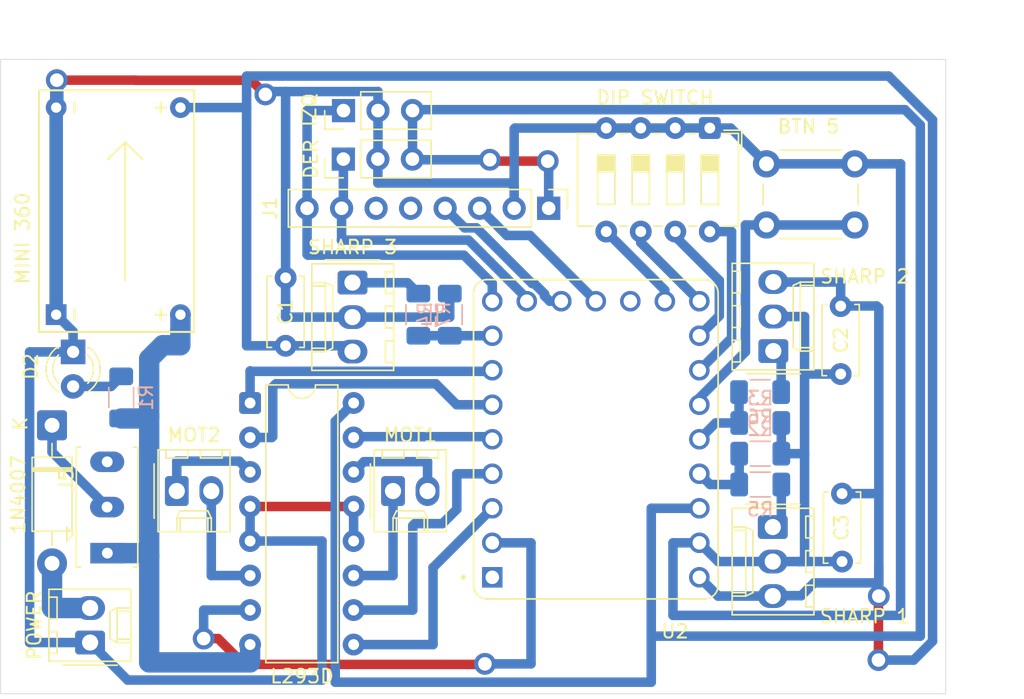
<source format=kicad_pcb>
(kicad_pcb (version 20241229) (generator "pcbnew") (generator_version "9.0")
  (layers (0 "F.Cu" signal) (2 "B.Cu" signal) (13 "F.Paste" user) (15 "B.Paste" user) (5 "F.SilkS" user "F.Silkscreen") (7 "B.SilkS" user "B.Silkscreen") (1 "F.Mask" user) (3 "B.Mask" user) (25 "Edge.Cuts" user))
  (net 0 "")
  (net 1 "GND")
  (net 2 "+5V")
  (net 3 "Net-(D1-K)")
  (net 4 "Net-(D1-A)")
  (net 5 "Net-(D2-A)")
  (net 6 "Sharp1")
  (net 7 "CNY_DER")
  (net 8 "+3.3V")
  (net 9 "Sharp2")
  (net 10 "CNY_IZQ")
  (net 11 "+12V")
  (net 12 "Sharp3")
  (net 13 "SDA")
  (net 14 "SCL")
  (net 15 "Net-(MOT1-Pin_2)")
  (net 16 "Net-(MOT1-Pin_1)")
  (net 17 "Net-(MOT2-Pin_2)")
  (net 18 "Net-(MOT2-Pin_1)")
  (net 19 "Pin_Sharp_1")
  (net 20 "Pin_Sharp_2")
  (net 21 "Pin_Sharp_3")
  (net 22 "BOT1")
  (net 23 "BOT3")
  (net 24 "BOT2")
  (net 25 "BOT4")
  (net 26 "BOT5")
  (net 27 "PWMB")
  (net 28 "MOTORB1")
  (net 29 "MOTORA1")
  (net 30 "MOTORA2")
  (net 31 "MOTORB2")
  (net 32 "PWMA")
  (footprint "Connector_PinHeader_2.54mm:PinHeader_1x03_P2.54mm_Vertical" (layer "F.Cu") (at 132.28 52.35 90)
    (property "Reference" "DER" (at 0 -2.38 90) (layer "F.SilkS"))
    (property "Value" "Conn_01x03_Pin")
    (pad "1" thru_hole rect (at 0 0 90) (size 1.7 1.7) (drill 1) (layers "*.Cu" "*.Mask") (net 7 "CNY_DER"))
    (pad "2" thru_hole circle (at 0 2.54 90) (size 1.7 1.7) (drill 1) (layers "*.Cu" "*.Mask") (net 1 "GND"))
    (pad "3" thru_hole circle (at 0 5.08 90) (size 1.7 1.7) (drill 1) (layers "*.Cu" "*.Mask") (net 8 "+3.3V"))
  )
  (footprint "Connector_Molex:Molex_KK-254_AE-6410-03A_1x03_P2.54mm_Vertical" (layer "F.Cu") (at 163.9225 66.48 90)
    (property "Reference" "SHARP 2" (at 5.49 6.7375 180) (layer "F.SilkS"))
    (property "Value" "Conn_01x03_Pin")
    (pad "1" thru_hole roundrect (at 0 0 90) (size 1.74 2.19) (drill 1.19) (layers "*.Cu" "*.Mask") (roundrect_rratio 0.143678) (net 9 "Sharp2"))
    (pad "2" thru_hole oval (at 2.54 0 90) (size 1.74 2.19) (drill 1.19) (layers "*.Cu" "*.Mask") (net 1 "GND"))
    (pad "3" thru_hole oval (at 5.08 0 90) (size 1.74 2.19) (drill 1.19) (layers "*.Cu" "*.Mask") (net 2 "+5V"))
  )
  (footprint "Connector_Molex:Molex_KK-254_AE-6410-03A_1x03_P2.54mm_Vertical" (layer "F.Cu") (at 163.8825 79.43 -90)
    (property "Reference" "SHARP 1" (at 6.57 -6.7575 180) (layer "F.SilkS"))
    (property "Value" "Conn_01x03_Pin")
    (pad "1" thru_hole roundrect (at 0 0 270) (size 1.74 2.19) (drill 1.19) (layers "*.Cu" "*.Mask") (roundrect_rratio 0.143678) (net 6 "Sharp1"))
    (pad "2" thru_hole oval (at 2.54 0 270) (size 1.74 2.19) (drill 1.19) (layers "*.Cu" "*.Mask") (net 1 "GND"))
    (pad "3" thru_hole oval (at 5.08 0 270) (size 1.74 2.19) (drill 1.19) (layers "*.Cu" "*.Mask") (net 2 "+5V"))
  )
  (footprint "Connector_Molex:Molex_KK-254_AE-6410-02A_1x02_P2.54mm_Vertical" (layer "F.Cu") (at 113.64 87.93 90)
    (property "Reference" "POWER" (at 1.28 -4.12 90) (layer "F.SilkS"))
    (property "Value" "Power Input 1")
    (pad "1" thru_hole roundrect (at 0 0 90) (size 1.74 2.19) (drill 1.19) (layers "*.Cu" "*.Mask") (roundrect_rratio 0.143678) (net 1 "GND"))
    (pad "2" thru_hole oval (at 2.54 0 90) (size 1.74 2.19) (drill 1.19) (layers "*.Cu" "*.Mask") (net 4 "Net-(D1-A)"))
  )
  (footprint "Connector_Molex:Molex_KK-254_AE-6410-03A_1x03_P2.54mm_Vertical" (layer "F.Cu") (at 132.95 61.44 -90)
    (property "Reference" "SHARP 3" (at -2.61 -0.01 180) (layer "F.SilkS"))
    (property "Value" "Conn_01x03_Pin")
    (pad "1" thru_hole roundrect (at 0 0 270) (size 1.74 2.19) (drill 1.19) (layers "*.Cu" "*.Mask") (roundrect_rratio 0.143678) (net 12 "Sharp3"))
    (pad "2" thru_hole oval (at 2.54 0 270) (size 1.74 2.19) (drill 1.19) (layers "*.Cu" "*.Mask") (net 1 "GND"))
    (pad "3" thru_hole oval (at 5.08 0 270) (size 1.74 2.19) (drill 1.19) (layers "*.Cu" "*.Mask") (net 2 "+5V"))
  )
  (footprint "Connector_PinHeader_2.54mm:PinHeader_1x08_P2.54mm_Vertical" (layer "F.Cu") (at 147.39 55.97 -90)
    (property "Reference" "J1" (at 0 20.51 90) (layer "F.SilkS"))
    (property "Value" "Conn_01x08_Pin")
    (pad "1" thru_hole rect (at 0 0 270) (size 1.7 1.7) (drill 1) (layers "*.Cu" "*.Mask") (net 8 "+3.3V"))
    (pad "2" thru_hole circle (at 0 2.54 270) (size 1.7 1.7) (drill 1) (layers "*.Cu" "*.Mask") (net 1 "GND"))
    (pad "3" thru_hole circle (at 0 5.08 270) (size 1.7 1.7) (drill 1) (layers "*.Cu" "*.Mask") (net 14 "SCL"))
    (pad "4" thru_hole circle (at 0 7.62 270) (size 1.7 1.7) (drill 1) (layers "*.Cu" "*.Mask") (net 13 "SDA"))
    (pad "5" thru_hole circle (at 0 10.16 270) (size 1.7 1.7) (drill 1) (layers "*.Cu" "*.Mask"))
    (pad "6" thru_hole circle (at 0 12.7 270) (size 1.7 1.7) (drill 1) (layers "*.Cu" "*.Mask"))
    (pad "7" thru_hole circle (at 0 15.24 270) (size 1.7 1.7) (drill 1) (layers "*.Cu" "*.Mask") (net 7 "CNY_DER"))
    (pad "8" thru_hole circle (at 0 17.78 270) (size 1.7 1.7) (drill 1) (layers "*.Cu" "*.Mask") (net 10 "CNY_IZQ"))
  )
  (footprint "Button_Switch_THT:SW_Slide_SPDT_Straight_CK_OS102011MS2Q" (layer "F.Cu") (at 114.89 79.96 90)
    (property "Reference" "J5" (at 3.99 -2.99 90) (layer "F.SilkS"))
    (property "Value" "On/Off General")
    (pad "1" thru_hole rect (at -1.39 0.02 90) (size 1.5 2.5) (drill 0.8) (layers "*.Cu" "*.Mask") (net 11 "+12V"))
    (pad "2" thru_hole oval (at 2 0 90) (size 1.5 2.5) (drill 0.8) (layers "*.Cu" "*.Mask") (net 3 "Net-(D1-K)"))
    (pad "3" thru_hole oval (at 5.33 0.01 90) (size 1.5 2.5) (drill 0.8) (layers "*.Cu" "*.Mask"))
  )
  (footprint "Connector_Molex:Molex_KK-254_AE-6410-02A_1x02_P2.54mm_Vertical" (layer "F.Cu") (at 120.02 76.78)
    (property "Reference" "MOT2" (at 1.27 -4.12 0) (layer "F.SilkS"))
    (property "Value" "Conn_01x02_Socket")
    (pad "1" thru_hole roundrect (at 0 0) (size 1.74 2.19) (drill 1.19) (layers "*.Cu" "*.Mask") (roundrect_rratio 0.143678) (net 18 "Net-(MOT2-Pin_1)"))
    (pad "2" thru_hole oval (at 2.54 0) (size 1.74 2.19) (drill 1.19) (layers "*.Cu" "*.Mask") (net 17 "Net-(MOT2-Pin_2)"))
  )
  (footprint "Capacitor_THT:C_Disc_D5.0mm_W2.5mm_P5.00mm" (layer "F.Cu") (at 128.03 61.09 -90)
    (property "Reference" "C1" (at 2.5 0.01 90) (layer "F.SilkS"))
    (property "Value" "C_Small")
    (pad "1" thru_hole circle (at 0 0 270) (size 1.6 1.6) (drill 0.8) (layers "*.Cu" "*.Mask") (net 1 "GND"))
    (pad "2" thru_hole circle (at 5 0 270) (size 1.6 1.6) (drill 0.8) (layers "*.Cu" "*.Mask") (net 2 "+5V"))
  )
  (footprint "Connector_PinHeader_2.54mm:PinHeader_1x03_P2.54mm_Vertical" (layer "F.Cu") (at 132.29 48.78 90)
    (property "Reference" "IZQ" (at 0.04 -2.52 90) (layer "F.SilkS"))
    (property "Value" "Conn_01x03_Pin")
    (pad "1" thru_hole rect (at 0 0 90) (size 1.7 1.7) (drill 1) (layers "*.Cu" "*.Mask") (net 10 "CNY_IZQ"))
    (pad "2" thru_hole circle (at 0 2.54 90) (size 1.7 1.7) (drill 1) (layers "*.Cu" "*.Mask") (net 1 "GND"))
    (pad "3" thru_hole circle (at 0 5.08 90) (size 1.7 1.7) (drill 1) (layers "*.Cu" "*.Mask") (net 8 "+3.3V"))
  )
  (footprint "Capacitor_THT:C_Disc_D5.0mm_W2.5mm_P5.00mm" (layer "F.Cu") (at 168.88 68.17 90)
    (property "Reference" "C2" (at 2.5 0.02 90) (layer "F.SilkS"))
    (property "Value" "C_Small")
    (pad "1" thru_hole circle (at 0 0 90) (size 1.6 1.6) (drill 0.8) (layers "*.Cu" "*.Mask") (net 1 "GND"))
    (pad "2" thru_hole circle (at 5 0 90) (size 1.6 1.6) (drill 0.8) (layers "*.Cu" "*.Mask") (net 2 "+5V"))
  )
  (footprint "Package_DIP:DIP-16_W7.62mm" (layer "F.Cu") (at 125.415 70.3)
    (property "Reference" "L293D" (at 3.825 20.11 0) (layer "F.SilkS"))
    (property "Value" "L293D")
    (pad "1" thru_hole roundrect (at 0 0) (size 1.6 1.6) (drill 0.8) (layers "*.Cu" "*.Mask") (roundrect_rratio 0.15625) (net 32 "PWMA"))
    (pad "2" thru_hole circle (at 0 2.54) (size 1.6 1.6) (drill 0.8) (layers "*.Cu" "*.Mask") (net 29 "MOTORA1"))
    (pad "3" thru_hole circle (at 0 5.08) (size 1.6 1.6) (drill 0.8) (layers "*.Cu" "*.Mask") (net 18 "Net-(MOT2-Pin_1)"))
    (pad "4" thru_hole circle (at 0 7.62) (size 1.6 1.6) (drill 0.8) (layers "*.Cu" "*.Mask") (net 1 "GND"))
    (pad "5" thru_hole circle (at 0 10.16) (size 1.6 1.6) (drill 0.8) (layers "*.Cu" "*.Mask") (net 1 "GND"))
    (pad "6" thru_hole circle (at 0 12.7) (size 1.6 1.6) (drill 0.8) (layers "*.Cu" "*.Mask") (net 17 "Net-(MOT2-Pin_2)"))
    (pad "7" thru_hole circle (at 0 15.24) (size 1.6 1.6) (drill 0.8) (layers "*.Cu" "*.Mask") (net 30 "MOTORA2"))
    (pad "8" thru_hole circle (at 0 17.78) (size 1.6 1.6) (drill 0.8) (layers "*.Cu" "*.Mask") (net 11 "+12V"))
    (pad "9" thru_hole circle (at 7.62 17.78) (size 1.6 1.6) (drill 0.8) (layers "*.Cu" "*.Mask") (net 27 "PWMB"))
    (pad "10" thru_hole circle (at 7.62 15.24) (size 1.6 1.6) (drill 0.8) (layers "*.Cu" "*.Mask") (net 28 "MOTORB1"))
    (pad "11" thru_hole circle (at 7.62 12.7) (size 1.6 1.6) (drill 0.8) (layers "*.Cu" "*.Mask") (net 16 "Net-(MOT1-Pin_1)"))
    (pad "12" thru_hole circle (at 7.62 10.16) (size 1.6 1.6) (drill 0.8) (layers "*.Cu" "*.Mask") (net 1 "GND"))
    (pad "13" thru_hole circle (at 7.62 7.62) (size 1.6 1.6) (drill 0.8) (layers "*.Cu" "*.Mask") (net 1 "GND"))
    (pad "14" thru_hole circle (at 7.62 5.08) (size 1.6 1.6) (drill 0.8) (layers "*.Cu" "*.Mask") (net 15 "Net-(MOT1-Pin_2)"))
    (pad "15" thru_hole circle (at 7.62 2.54) (size 1.6 1.6) (drill 0.8) (layers "*.Cu" "*.Mask") (net 31 "MOTORB2"))
    (pad "16" thru_hole circle (at 7.62 0) (size 1.6 1.6) (drill 0.8) (layers "*.Cu" "*.Mask") (net 8 "+3.3V"))
  )
  (footprint "Button_Switch_THT:SW_PUSH_6mm" (layer "F.Cu") (at 163.42 52.7)
    (property "Reference" "BTN 5" (at 3.09 -2.75 0) (layer "F.SilkS"))
    (property "Value" "SW_Push")
    (pad "1" thru_hole circle (at 0 0 90) (size 2 2) (drill 1.1) (layers "*.Cu" "*.Mask") (net 1 "GND"))
    (pad "1" thru_hole circle (at 6.5 0 90) (size 2 2) (drill 1.1) (layers "*.Cu" "*.Mask") (net 1 "GND"))
    (pad "2" thru_hole circle (at 0 4.5 90) (size 2 2) (drill 1.1) (layers "*.Cu" "*.Mask") (net 26 "BOT5"))
    (pad "2" thru_hole circle (at 6.5 4.5 90) (size 2 2) (drill 1.1) (layers "*.Cu" "*.Mask") (net 26 "BOT5"))
  )
  (footprint "LED_THT:LED_D3.0mm_FlatTop" (layer "F.Cu") (at 112.39 66.54 -90)
    (property "Reference" "D2" (at 1.08 3.1 90) (layer "F.SilkS"))
    (property "Value" "LED")
    (pad "1" thru_hole rect (at 0 0 270) (size 1.8 1.8) (drill 0.9) (layers "*.Cu" "*.Mask") (net 1 "GND"))
    (pad "2" thru_hole circle (at 2.54 0 270) (size 1.8 1.8) (drill 0.9) (layers "*.Cu" "*.Mask") (net 5 "Net-(D2-A)"))
  )
  (footprint "RP2040-ZERO:MODULE_RP2040-ZERO" (layer "F.Cu") (at 150.86 72.97 180)
    (property "Reference" "U2" (at -5.825 -14.135 0) (layer "F.SilkS"))
    (property "Value" "RP2040-ZERO")
    (pad "1" thru_hole rect (at 7.62 -10.16 180) (size 1.508 1.508) (drill 1) (layers "*.Cu" "*.Mask"))
    (pad "2" thru_hole circle (at 7.62 -7.62 180) (size 1.508 1.508) (drill 1) (layers "*.Cu" "*.Mask") (net 30 "MOTORA2"))
    (pad "3" thru_hole circle (at 7.62 -5.08 180) (size 1.508 1.508) (drill 1) (layers "*.Cu" "*.Mask") (net 27 "PWMB"))
    (pad "4" thru_hole circle (at 7.62 -2.54 180) (size 1.508 1.508) (drill 1) (layers "*.Cu" "*.Mask") (net 28 "MOTORB1"))
    (pad "5" thru_hole circle (at 7.62 0 180) (size 1.508 1.508) (drill 1) (layers "*.Cu" "*.Mask") (net 31 "MOTORB2"))
    (pad "6" thru_hole circle (at 7.62 2.54 180) (size 1.508 1.508) (drill 1) (layers "*.Cu" "*.Mask") (net 29 "MOTORA1"))
    (pad "7" thru_hole circle (at 7.62 5.08 180) (size 1.508 1.508) (drill 1) (layers "*.Cu" "*.Mask") (net 32 "PWMA"))
    (pad "8" thru_hole circle (at 7.62 7.62 180) (size 1.508 1.508) (drill 1) (layers "*.Cu" "*.Mask") (net 21 "Pin_Sharp_3"))
    (pad "9" thru_hole circle (at 7.62 10.16 180) (size 1.508 1.508) (drill 1) (layers "*.Cu" "*.Mask") (net 10 "CNY_IZQ"))
    (pad "10" thru_hole circle (at 5.08 10.16 180) (size 1.508 1.508) (drill 1) (layers "*.Cu" "*.Mask") (net 7 "CNY_DER"))
    (pad "11" thru_hole circle (at 2.54 10.16 180) (size 1.508 1.508) (drill 1) (layers "*.Cu" "*.Mask") (net 13 "SDA"))
    (pad "12" thru_hole circle (at 0 10.16 180) (size 1.508 1.508) (drill 1) (layers "*.Cu" "*.Mask") (net 14 "SCL"))
    (pad "13" thru_hole circle (at -2.54 10.16 180) (size 1.508 1.508) (drill 1) (layers "*.Cu" "*.Mask"))
    (pad "14" thru_hole circle (at -5.08 10.16 180) (size 1.508 1.508) (drill 1) (layers "*.Cu" "*.Mask") (net 25 "BOT4"))
    (pad "15" thru_hole circle (at -7.62 10.16 180) (size 1.508 1.508) (drill 1) (layers "*.Cu" "*.Mask") (net 23 "BOT3"))
    (pad "16" thru_hole circle (at -7.62 7.62 180) (size 1.508 1.508) (drill 1) (layers "*.Cu" "*.Mask") (net 24 "BOT2"))
    (pad "17" thru_hole circle (at -7.62 5.08 180) (size 1.508 1.508) (drill 1) (layers "*.Cu" "*.Mask") (net 22 "BOT1"))
    (pad "18" thru_hole circle (at -7.62 2.54 180) (size 1.508 1.508) (drill 1) (layers "*.Cu" "*.Mask") (net 26 "BOT5"))
    (pad "19" thru_hole circle (at -7.62 0 180) (size 1.508 1.508) (drill 1) (layers "*.Cu" "*.Mask") (net 20 "Pin_Sharp_2"))
    (pad "20" thru_hole circle (at -7.62 -2.54 180) (size 1.508 1.508) (drill 1) (layers "*.Cu" "*.Mask") (net 19 "Pin_Sharp_1"))
    (pad "21" thru_hole circle (at -7.62 -5.08 180) (size 1.508 1.508) (drill 1) (layers "*.Cu" "*.Mask") (net 8 "+3.3V"))
    (pad "22" thru_hole circle (at -7.62 -7.62 180) (size 1.508 1.508) (drill 1) (layers "*.Cu" "*.Mask") (net 1 "GND"))
    (pad "23" thru_hole circle (at -7.62 -10.16 180) (size 1.508 1.508) (drill 1) (layers "*.Cu" "*.Mask") (net 2 "+5V"))
  )
  (footprint "Connector_Molex:Molex_KK-254_AE-6410-02A_1x02_P2.54mm_Vertical" (layer "F.Cu") (at 135.935 76.78)
    (property "Reference" "MOT1" (at 1.27 -4.12 0) (layer "F.SilkS"))
    (property "Value" "Conn_01x02_Socket")
    (pad "1" thru_hole roundrect (at 0 0) (size 1.74 2.19) (drill 1.19) (layers "*.Cu" "*.Mask") (roundrect_rratio 0.143678) (net 16 "Net-(MOT1-Pin_1)"))
    (pad "2" thru_hole oval (at 2.54 0) (size 1.74 2.19) (drill 1.19) (layers "*.Cu" "*.Mask") (net 15 "Net-(MOT1-Pin_2)"))
  )
  (footprint "Diode_THT:D_DO-41_SOD81_P10.16mm_Horizontal" (layer "F.Cu") (at 110.84 71.94 -90)
    (property "Reference" "1N4007" (at 5.11 2.49 90) (layer "F.SilkS"))
    (property "Value" "1N4007")
    (fp_text user "K" (at -0.11 2.33 90) (layer "F.SilkS"))
    (pad "1" thru_hole roundrect (at 0 0 270) (size 2.2 2.2) (drill 1.1) (layers "*.Cu" "*.Mask") (roundrect_rratio 0.113636) (net 3 "Net-(D1-K)"))
    (pad "2" thru_hole circle (at 10.16 0 270) (size 2.2 2.2) (drill 1.1) (layers "*.Cu" "*.Mask") (net 4 "Net-(D1-A)"))
  )
  (footprint "Charleslabs_Parts:Mini360_Module" (layer "F.Cu") (at 111.145 63.8 90)
    (property "Reference" "MINI 360" (at 5.62 -2.475 90) (layer "F.SilkS"))
    (property "Value" "Mini360_Module")
    (fp_text user "-" (at 15.24 1.27 90) (layer "F.SilkS"))
    (fp_text user "-" (at 0 1.27 90) (layer "F.SilkS"))
    (fp_text user "+" (at 0 7.62 90) (layer "F.SilkS"))
    (fp_text user "+" (at 15.24 7.62 90) (layer "F.SilkS"))
    (pad "1" thru_hole circle (at 0 9.144 90) (size 1.524 1.524) (drill 0.762) (layers "*.Cu" "*.Mask") (net 11 "+12V"))
    (pad "2" thru_hole rect (at 0 0 90) (size 1.524 1.524) (drill 0.762) (layers "*.Cu" "*.Mask") (net 1 "GND"))
    (pad "3" thru_hole circle (at 15.24 9.144 90) (size 1.524 1.524) (drill 0.762) (layers "*.Cu" "*.Mask") (net 2 "+5V"))
    (pad "4" thru_hole circle (at 15.24 0 90) (size 1.524 1.524) (drill 0.762) (layers "*.Cu" "*.Mask") (net 1 "GND"))
  )
  (footprint "Capacitor_THT:C_Disc_D5.0mm_W2.5mm_P5.00mm" (layer "F.Cu") (at 168.98 81.97 90)
    (property "Reference" "C3" (at 2.5 -0.05 90) (layer "F.SilkS"))
    (property "Value" "C_Small")
    (pad "1" thru_hole circle (at 0 0 90) (size 1.6 1.6) (drill 0.8) (layers "*.Cu" "*.Mask") (net 1 "GND"))
    (pad "2" thru_hole circle (at 5 0 90) (size 1.6 1.6) (drill 0.8) (layers "*.Cu" "*.Mask") (net 2 "+5V"))
  )
  (footprint "Button_Switch_THT:SW_DIP_SPSTx04_Slide_6.7x11.72mm_W7.62mm_P2.54mm_LowProfile" (layer "F.Cu") (at 159.2475 50.065 -90)
    (property "Reference" "DIP SWITCH" (at -2.235 4.0275 0) (layer "F.SilkS"))
    (property "Value" "SW_DIP_x04")
    (pad "1" thru_hole roundrect (at 0 0 270) (size 1.6 1.6) (drill 0.8) (layers "*.Cu" "*.Mask") (roundrect_rratio 0.15625) (net 1 "GND"))
    (pad "2" thru_hole circle (at 0 2.54 270) (size 1.6 1.6) (drill 0.8) (layers "*.Cu" "*.Mask") (net 1 "GND"))
    (pad "3" thru_hole circle (at 0 5.08 270) (size 1.6 1.6) (drill 0.8) (layers "*.Cu" "*.Mask") (net 1 "GND"))
    (pad "4" thru_hole circle (at 0 7.62 270) (size 1.6 1.6) (drill 0.8) (layers "*.Cu" "*.Mask") (net 1 "GND"))
    (pad "5" thru_hole circle (at 7.62 7.62 270) (size 1.6 1.6) (drill 0.8) (layers "*.Cu" "*.Mask") (net 25 "BOT4"))
    (pad "6" thru_hole circle (at 7.62 5.08 270) (size 1.6 1.6) (drill 0.8) (layers "*.Cu" "*.Mask") (net 23 "BOT3"))
    (pad "7" thru_hole circle (at 7.62 2.54 270) (size 1.6 1.6) (drill 0.8) (layers "*.Cu" "*.Mask") (net 24 "BOT2"))
    (pad "8" thru_hole circle (at 7.62 0 270) (size 1.6 1.6) (drill 0.8) (layers "*.Cu" "*.Mask") (net 22 "BOT1"))
  )
  (footprint "Resistor_SMD:R_1206_3216Metric_Pad1.30x1.75mm_HandSolder" (layer "B.Cu") (at 162.95 69.5)
    (property "Reference" "R6" (at 0 1.83 0) (layer "B.SilkS") (effects (justify mirror)))
    (property "Value" "R")
    (pad "1" smd roundrect (at -1.55 0) (size 1.3 1.75) (layers "B.Cu" "B.Mask" "B.Paste") (roundrect_rratio 0.192308) (net 20 "Pin_Sharp_2"))
    (pad "2" smd roundrect (at 1.55 0) (size 1.3 1.75) (layers "B.Cu" "B.Mask" "B.Paste") (roundrect_rratio 0.192308) (net 9 "Sharp2"))
  )
  (footprint "Resistor_SMD:R_1206_3216Metric_Pad1.30x1.75mm_HandSolder" (layer "B.Cu") (at 162.9625 76.3)
    (property "Reference" "R5" (at 0 1.83 0) (layer "B.SilkS") (effects (justify mirror)))
    (property "Value" "R")
    (pad "1" smd roundrect (at -1.55 0) (size 1.3 1.75) (layers "B.Cu" "B.Mask" "B.Paste") (roundrect_rratio 0.192308) (net 19 "Pin_Sharp_1"))
    (pad "2" smd roundrect (at 1.55 0) (size 1.3 1.75) (layers "B.Cu" "B.Mask" "B.Paste") (roundrect_rratio 0.192308) (net 6 "Sharp1"))
  )
  (footprint "Resistor_SMD:R_1206_3216Metric_Pad1.30x1.75mm_HandSolder" (layer "B.Cu") (at 162.9625 74.03 180)
    (property "Reference" "R2" (at 0 1.83 0) (layer "B.SilkS") (effects (justify mirror)))
    (property "Value" "R")
    (pad "1" smd roundrect (at -1.55 0 180) (size 1.3 1.75) (layers "B.Cu" "B.Mask" "B.Paste") (roundrect_rratio 0.192308) (net 1 "GND"))
    (pad "2" smd roundrect (at 1.55 0 180) (size 1.3 1.75) (layers "B.Cu" "B.Mask" "B.Paste") (roundrect_rratio 0.192308) (net 19 "Pin_Sharp_1"))
  )
  (footprint "Resistor_SMD:R_1206_3216Metric_Pad1.30x1.75mm_HandSolder" (layer "B.Cu") (at 140.11 63.8 -90)
    (property "Reference" "R4" (at 0 1.83 90) (layer "B.SilkS") (effects (justify mirror)))
    (property "Value" "R")
    (pad "1" smd roundrect (at -1.55 0 270) (size 1.3 1.75) (layers "B.Cu" "B.Mask" "B.Paste") (roundrect_rratio 0.192308) (net 1 "GND"))
    (pad "2" smd roundrect (at 1.55 0 270) (size 1.3 1.75) (layers "B.Cu" "B.Mask" "B.Paste") (roundrect_rratio 0.192308) (net 21 "Pin_Sharp_3"))
  )
  (footprint "Resistor_SMD:R_1206_3216Metric_Pad1.30x1.75mm_HandSolder" (layer "B.Cu") (at 115.93 69.89 90)
    (property "Reference" "R1" (at 0 1.83 90) (layer "B.SilkS") (effects (justify mirror)))
    (property "Value" "220")
    (pad "1" smd roundrect (at -1.55 0 90) (size 1.3 1.75) (layers "B.Cu" "B.Mask" "B.Paste") (roundrect_rratio 0.192308) (net 11 "+12V"))
    (pad "2" smd roundrect (at 1.55 0 90) (size 1.3 1.75) (layers "B.Cu" "B.Mask" "B.Paste") (roundrect_rratio 0.192308) (net 5 "Net-(D2-A)"))
  )
  (footprint "Resistor_SMD:R_1206_3216Metric_Pad1.30x1.75mm_HandSolder" (layer "B.Cu") (at 137.8 63.8 90)
    (property "Reference" "R7" (at 0 1.83 90) (layer "B.SilkS") (effects (justify mirror)))
    (property "Value" "R")
    (pad "1" smd roundrect (at -1.55 0 90) (size 1.3 1.75) (layers "B.Cu" "B.Mask" "B.Paste") (roundrect_rratio 0.192308) (net 21 "Pin_Sharp_3"))
    (pad "2" smd roundrect (at 1.55 0 90) (size 1.3 1.75) (layers "B.Cu" "B.Mask" "B.Paste") (roundrect_rratio 0.192308) (net 12 "Sharp3"))
  )
  (footprint "Resistor_SMD:R_1206_3216Metric_Pad1.30x1.75mm_HandSolder" (layer "B.Cu") (at 162.96 71.77 180)
    (property "Reference" "R3" (at 0 1.83 0) (layer "B.SilkS") (effects (justify mirror)))
    (property "Value" "R")
    (pad "1" smd roundrect (at -1.55 0 180) (size 1.3 1.75) (layers "B.Cu" "B.Mask" "B.Paste") (roundrect_rratio 0.192308) (net 1 "GND"))
    (pad "2" smd roundrect (at 1.55 0 180) (size 1.3 1.75) (layers "B.Cu" "B.Mask" "B.Paste") (roundrect_rratio 0.192308) (net 20 "Pin_Sharp_2"))
  )
  (gr_rect (start 107.06 45.01) (end 176.61 91.7) (stroke (width 0.05)) (fill no) (layer "Edge.Cuts"))
  (segment (start 117.01 46.55) (end 125.5 46.55) (width 0.7) (layer "F.Cu") (net 1))
  (segment (start 133.035 77.92) (end 125.415 77.92) (width 0.7) (layer "F.Cu") (net 1))
  (segment (start 111.19 46.54) (end 117 46.54) (width 0.7) (layer "F.Cu") (net 1))
  (segment (start 117 46.54) (end 117.01 46.55) (width 0.7) (layer "F.Cu") (net 1))
  (segment (start 125.5 46.55) (end 126.54 47.59) (width 0.7) (layer "F.Cu") (net 1))
  (via (at 111.19 46.54) (size 1.6) (drill 1) (layers "F.Cu" "B.Cu") (net 1))
  (via (at 126.54 47.59) (size 1.6) (drill 1) (layers "F.Cu" "B.Cu") (net 1))
  (segment (start 144.58 54.11) (end 144.85 54.38) (width 0.7) (layer "B.Cu") (net 1))
  (segment (start 109.189 66.54) (end 112.39 66.54) (width 0.7) (layer "B.Cu") (net 1))
  (segment (start 144.91 50.065) (end 144.85 50.125) (width 0.7) (layer "B.Cu") (net 1))
  (segment (start 163.9225 63.94) (end 166.2225 63.94) (width 0.7) (layer "B.Cu") (net 1))
  (segment (start 144.85 50.125) (end 144.85 54.38) (width 0.7) (layer "B.Cu") (net 1))
  (segment (start 163.8825 81.97) (end 159.86 81.97) (width 0.7) (layer "B.Cu") (net 1))
  (segment (start 134.82 54.11) (end 144.58 54.11) (width 0.7) (layer "B.Cu") (net 1))
  (segment (start 133.035 77.92) (end 133.035 80.46) (width 0.7) (layer "B.Cu") (net 1))
  (segment (start 173.29 85.931) (end 156.54 85.931) (width 0.7) (layer "B.Cu") (net 1))
  (segment (start 166.2225 81.97) (end 165.83 81.97) (width 0.7) (layer "B.Cu") (net 1))
  (segment (start 169.92 52.7) (end 163.42 52.7) (width 0.7) (layer "B.Cu") (net 1))
  (segment (start 113.64 87.93) (end 116.4 90.69) (width 0.7) (layer "B.Cu") (net 1))
  (segment (start 166.2225 74.03) (end 166.2225 81.97) (width 0.7) (layer "B.Cu") (net 1))
  (segment (start 116.4 90.69) (end 130.71 90.69) (width 0.7) (layer "B.Cu") (net 1))
  (segment (start 166.3025 68.17) (end 166.2225 68.09) (width 0.7) (layer "B.Cu") (net 1))
  (segment (start 130.71 80.46) (end 125.415 80.46) (width 0.7) (layer "B.Cu") (net 1))
  (segment (start 130.71 90.69) (end 130.71 80.46) (width 0.7) (layer "B.Cu") (net 1))
  (segment (start 166.2225 68.09) (end 166.2225 74.03) (width 0.7) (layer "B.Cu") (net 1))
  (segment (start 134.83 48.78) (end 134.83 52.34) (width 0.7) (layer "B.Cu") (net 1))
  (segment (start 111.145 48.56) (end 111.145 63.8) (width 1) (layer "B.Cu") (net 1))
  (segment (start 166.2225 63.94) (end 166.2225 68.09) (width 0.7) (layer "B.Cu") (net 1))
  (segment (start 165.83 81.97) (end 163.8825 81.97) (width 0.7) (layer "B.Cu") (net 1))
  (segment (start 112.39 65.045) (end 111.145 63.8) (width 0.7) (layer "B.Cu") (net 1))
  (segment (start 128.03 47.379) (end 134.83 47.379) (width 0.7) (layer "B.Cu") (net 1))
  (segment (start 128.03 61.09) (end 128.03 47.379) (width 0.7) (layer "B.Cu") (net 1))
  (segment (start 165.83 81.97) (end 168.98 81.97) (width 0.7) (layer "B.Cu") (net 1))
  (segment (start 156.54 85.931) (end 156.54 80.59) (width 0.7) (layer "B.Cu") (net 1))
  (segment (start 113.64 87.93) (end 109.189 87.93) (width 0.7) (layer "B.Cu") (net 1))
  (segment (start 140.11 63.98) (end 140.11 62.25) (width 0.7) (layer "B.Cu") (net 1))
  (segment (start 132.95 63.98) (end 128.07 63.98) (width 0.7) (layer "B.Cu") (net 1))
  (segment (start 126.751 47.379) (end 126.54 47.59) (width 0.7) (layer "B.Cu") (net 1))
  (segment (start 111.19 48.515) (end 111.145 48.56) (width 1) (layer "B.Cu") (net 1))
  (segment (start 109.189 87.93) (end 109.189 66.54) (width 0.7) (layer "B.Cu") (net 1))
  (segment (start 159.2475 50.065) (end 160.785 50.065) (width 0.7) (layer "B.Cu") (net 1))
  (segment (start 144.85 54.38) (end 144.85 55.97) (width 0.7) (layer "B.Cu") (net 1))
  (segment (start 159.86 81.97) (end 158.48 80.59) (width 0.7) (layer "B.Cu") (net 1))
  (segment (start 134.82 52.35) (end 134.82 54.11) (width 0.7) (layer "B.Cu") (net 1))
  (segment (start 164.51 71.77) (end 164.51 74.0275) (width 0.7) (layer "B.Cu") (net 1))
  (segment (start 164.5125 74.03) (end 166.2225 74.03) (width 0.7) (layer "B.Cu") (net 1))
  (segment (start 151.6275 50.065) (end 144.91 50.065) (width 0.7) (layer "B.Cu") (net 1))
  (segment (start 173.29 52.7) (end 173.29 85.931) (width 0.7) (layer "B.Cu") (net 1))
  (segment (start 128.03 47.379) (end 126.751 47.379) (width 0.7) (layer "B.Cu") (net 1))
  (segment (start 112.39 66.54) (end 112.39 65.045) (width 0.7) (layer "B.Cu") (net 1))
  (segment (start 151.6275 50.065) (end 159.2475 50.065) (width 0.7) (layer "B.Cu") (net 1))
  (segment (start 134.83 47.379) (end 134.83 48.78) (width 0.7) (layer "B.Cu") (net 1))
  (segment (start 169.92 52.7) (end 173.29 52.7) (width 0.7) (layer "B.Cu") (net 1))
  (segment (start 128.03 63.94) (end 128.07 63.98) (width 0.7) (layer "B.Cu") (net 1))
  (segment (start 164.51 74.0275) (end 164.5125 74.03) (width 0.7) (layer "B.Cu") (net 1))
  (segment (start 134.83 52.34) (end 134.82 52.35) (width 0.7) (layer "B.Cu") (net 1))
  (segment (start 128.07 63.98) (end 128.03 63.98) (width 0.7) (layer "B.Cu") (net 1))
  (segment (start 156.54 80.59) (end 158.48 80.59) (width 0.7) (layer "B.Cu") (net 1))
  (segment (start 160.785 50.065) (end 163.42 52.7) (width 0.7) (layer "B.Cu") (net 1))
  (segment (start 168.88 68.17) (end 166.3025 68.17) (width 0.7) (layer "B.Cu") (net 1))
  (segment (start 132.95 63.98) (end 140.11 63.98) (width 0.7) (layer "B.Cu") (net 1))
  (segment (start 111.19 46.54) (end 111.19 48.515) (width 1) (layer "B.Cu") (net 1))
  (segment (start 125.415 77.92) (end 125.415 80.46) (width 0.7) (layer "B.Cu") (net 1))
  (segment (start 128.03 61.09) (end 128.03 63.94) (width 0.7) (layer "B.Cu") (net 1))
  (segment (start 171.66 84.537608) (end 171.687608 84.51) (width 0.7) (layer "F.Cu") (net 2))
  (segment (start 171.66 89.22) (end 171.66 84.537608) (width 0.7) (layer "F.Cu") (net 2))
  (via (at 171.687608 84.51) (size 1.6) (drill 1) (layers "F.Cu" "B.Cu") (net 2))
  (via (at 171.66 89.22) (size 1.6) (drill 1) (layers "F.Cu" "B.Cu") (net 2))
  (segment (start 125.159 46.24) (end 172.414206 46.24) (width 0.7) (layer "B.Cu") (net 2))
  (segment (start 125.089 48.56) (end 125.159 48.63) (width 0.7) (layer "B.Cu") (net 2))
  (segment (start 128.03 66.09) (end 125.159 66.09) (width 0.7) (layer "B.Cu") (net 2))
  (segment (start 171.687608 76.97) (end 171.687608 82.26) (width 0.7) (layer "B.Cu") (net 2))
  (segment (start 163.8825 84.51) (end 159.86 84.51) (width 0.7) (layer "B.Cu") (net 2))
  (segment (start 163.8825 84.51) (end 163.9125 84.48) (width 0.7) (layer "B.Cu") (net 2))
  (segment (start 174.254206 89.22) (end 171.66 89.22) (width 0.7) (layer "B.Cu") (net 2))
  (segment (start 168.88 63.17) (end 168.89 63.16) (width 0.7) (layer "B.Cu") (net 2))
  (segment (start 168.98 76.97) (end 171.687608 76.97) (width 0.7) (layer "B.Cu") (net 2))
  (segment (start 163.9225 61.4) (end 167.77 61.4) (width 0.7) (layer "B.Cu") (net 2))
  (segment (start 168.88 61.42) (end 168.86 61.4) (width 0.7) (layer "B.Cu") (net 2))
  (segment (start 171.687608 83.54) (end 171.687608 82.26) (width 0.7) (layer "B.Cu") (net 2))
  (segment (start 175.641 87.833206) (end 174.254206 89.22) (width 0.7) (layer "B.Cu") (net 2))
  (segment (start 125.159 66.09) (end 125.159 48.63) (width 0.7) (layer "B.Cu") (net 2))
  (segment (start 168.89 63.16) (end 171.54 63.16) (width 0.7) (layer "B.Cu") (net 2))
  (segment (start 132.52 66.09) (end 132.95 66.52) (width 0.7) (layer "B.Cu") (net 2))
  (segment (start 163.9125 84.48) (end 165.98 84.48) (width 0.7) (layer "B.Cu") (net 2))
  (segment (start 171.687608 63.307608) (end 171.687608 76.97) (width 0.7) (layer "B.Cu") (net 2))
  (segment (start 120.289 48.56) (end 125.089 48.56) (width 0.7) (layer "B.Cu") (net 2))
  (segment (start 168.86 61.4) (end 167.77 61.4) (width 0.7) (layer "B.Cu") (net 2))
  (segment (start 175.641 49.466794) (end 175.641 87.833206) (width 0.7) (layer "B.Cu") (net 2))
  (segment (start 128.03 66.09) (end 132.52 66.09) (width 0.7) (layer "B.Cu") (net 2))
  (segment (start 159.86 84.51) (end 158.48 83.13) (width 0.7) (layer "B.Cu") (net 2))
  (segment (start 171.54 63.16) (end 171.687608 63.307608) (width 0.7) (layer "B.Cu") (net 2))
  (segment (start 125.159 48.63) (end 125.159 46.24) (width 0.7) (layer "B.Cu") (net 2))
  (segment (start 172.414206 46.24) (end 175.641 49.466794) (width 0.7) (layer "B.Cu") (net 2))
  (segment (start 166.92 83.54) (end 171.687608 83.54) (width 0.7) (layer "B.Cu") (net 2))
  (segment (start 168.88 63.17) (end 168.88 61.42) (width 0.7) (layer "B.Cu") (net 2))
  (segment (start 165.98 84.48) (end 166.92 83.54) (width 0.7) (layer "B.Cu") (net 2))
  (segment (start 171.687608 82.26) (end 171.687608 84.51) (width 0.7) (layer "B.Cu") (net 2))
  (segment (start 114.89 77.96) (end 110.84 73.91) (width 0.7) (layer "B.Cu") (net 3))
  (segment (start 110.84 73.91) (end 110.84 71.94) (width 0.7) (layer "B.Cu") (net 3))
  (segment (start 110.84 85.39) (end 110.84 82.1) (width 1.5) (layer "B.Cu") (net 4))
  (segment (start 113.64 85.39) (end 110.84 85.39) (width 1.5) (layer "B.Cu") (net 4))
  (segment (start 112.39 69.08) (end 115.19 69.08) (width 0.7) (layer "B.Cu") (net 5))
  (segment (start 115.19 69.08) (end 115.93 68.34) (width 0.7) (layer "B.Cu") (net 5))
  (segment (start 164.5125 78.8) (end 163.8825 79.43) (width 0.7) (layer "B.Cu") (net 6))
  (segment (start 164.5125 76.3) (end 164.5125 78.8) (width 0.7) (layer "B.Cu") (net 6))
  (segment (start 132.15 58.302372) (end 132.15 55.97) (width 0.7) (layer "B.Cu") (net 7))
  (segment (start 145.78 62.6) (end 141.492372 58.312372) (width 0.7) (layer "B.Cu") (net 7))
  (segment (start 145.78 62.81) (end 145.78 62.6) (width 0.7) (layer "B.Cu") (net 7))
  (segment (start 132.14 58.312372) (end 132.15 58.302372) (width 0.7) (layer "B.Cu") (net 7))
  (segment (start 132.28 55.84) (end 132.15 55.97) (width 0.7) (layer "B.Cu") (net 7))
  (segment (start 141.492372 58.312372) (end 132.14 58.312372) (width 0.7) (layer "B.Cu") (net 7))
  (segment (start 132.28 52.35) (end 132.28 55.84) (width 0.7) (layer "B.Cu") (net 7))
  (segment (start 143.16 52.5) (end 143.06 52.4) (width 0.7) (layer "F.Cu") (net 8))
  (segment (start 147.32 52.5) (end 143.16 52.5) (width 0.7) (layer "F.Cu") (net 8))
  (via (at 143.06 52.4) (size 1.6) (drill 1) (layers "F.Cu" "B.Cu") (net 8))
  (via (at 147.32 52.5) (size 1.6) (drill 1) (layers "F.Cu" "B.Cu") (net 8))
  (segment (start 133.035 70.3) (end 131.684 71.651) (width 0.7) (layer "B.Cu") (net 8))
  (segment (start 137.37 48.78) (end 137.37 52.34) (width 0.7) (layer "B.Cu") (net 8))
  (segment (start 154.94 90.849) (end 154.94 87.46) (width 0.7) (layer "B.Cu") (net 8))
  (segment (start 131.684 71.651) (end 131.684 90.849) (width 0.7) (layer "B.Cu") (net 8))
  (segment (start 154.94 87.46) (end 154.94 86.71) (width 0.7) (layer "B.Cu") (net 8))
  (segment (start 137.436 48.714) (end 137.37 48.78) (width 0.7) (layer "B.Cu") (net 8))
  (segment (start 143.06 52.4) (end 137.41 52.4) (width 0.7) (layer "B.Cu") (net 8))
  (segment (start 154.94 87.46) (end 174.74 87.46) (width 0.7) (layer "B.Cu") (net 8))
  (segment (start 173.614 48.714) (end 137.436 48.714) (width 0.7) (layer "B.Cu") (net 8))
  (segment (start 147.39 52.57) (end 147.32 52.5) (width 0.7) (layer "B.Cu") (net 8))
  (segment (start 174.74 87.46) (end 174.74 49.84) (width 0.7) (layer "B.Cu") (net 8))
  (segment (start 154.94 78.05) (end 154.94 87.46) (width 0.7) (layer "B.Cu") (net 8))
  (segment (start 137.37 52.34) (end 137.36 52.35) (width 0.7) (layer "B.Cu") (net 8))
  (segment (start 131.684 90.849) (end 154.94 90.849) (width 0.7) (layer "B.Cu") (net 8))
  (segment (start 158.48 78.05) (end 154.94 78.05) (width 0.7) (layer "B.Cu") (net 8))
  (segment (start 174.74 49.84) (end 173.614 48.714) (width 0.7) (layer "B.Cu") (net 8))
  (segment (start 137.41 52.4) (end 137.36 52.35) (width 0.7) (layer "B.Cu") (net 8))
  (segment (start 147.39 55.97) (end 147.39 52.57) (width 0.7) (layer "B.Cu") (net 8))
  (segment (start 164.5 67.0575) (end 163.9225 66.48) (width 0.7) (layer "B.Cu") (net 9))
  (segment (start 164.5 69.5) (end 164.5 67.0575) (width 0.7) (layer "B.Cu") (net 9))
  (segment (start 143.16 62.73) (end 143.24 62.81) (width 0.7) (layer "B.Cu") (net 10))
  (segment (start 143.24 62.81) (end 143.24 61.51) (width 0.7) (layer "B.Cu") (net 10))
  (segment (start 129.61 55.97) (end 129.61 48.78) (width 0.7) (layer "B.Cu") (net 10))
  (segment (start 129.67 59.42) (end 129.61 59.36) (width 0.7) (layer "B.Cu") (net 10))
  (segment (start 129.61 48.78) (end 132.29 48.78) (width 0.7) (layer "B.Cu") (net 10))
  (segment (start 129.61 59.36) (end 129.61 55.97) (width 0.7) (layer "B.Cu") (net 10))
  (segment (start 143.24 61.51) (end 141.15 59.42) (width 0.7) (layer "B.Cu") (net 10))
  (segment (start 141.15 59.42) (end 129.67 59.42) (width 0.7) (layer "B.Cu") (net 10))
  (segment (start 117.99 81.56) (end 117.99 89.389) (width 1.5) (layer "B.Cu") (net 11))
  (segment (start 115.93 71.44) (end 117.82 71.44) (width 1.5) (layer "B.Cu") (net 11))
  (segment (start 117.82 71.44) (end 117.99 71.27) (width 1.5) (layer "B.Cu") (net 11))
  (segment (start 120.289 64.981) (end 120.289 63.8) (width 1.5) (layer "B.Cu") (net 11))
  (segment (start 120.28 66.05) (end 120.28 64.99) (width 1.5) (layer "B.Cu") (net 11))
  (segment (start 114.91 81.35) (end 117.78 81.35) (width 1.5) (layer "B.Cu") (net 11))
  (segment (start 125.415 89.389) (end 125.415 88.08) (width 1.5) (layer "B.Cu") (net 11))
  (segment (start 117.99 71.27) (end 117.99 81.56) (width 1.5) (layer "B.Cu") (net 11))
  (segment (start 120.28 64.99) (end 120.289 64.981) (width 1.5) (layer "B.Cu") (net 11))
  (segment (start 117.99 67.05) (end 117.99 71.27) (width 1.5) (layer "B.Cu") (net 11))
  (segment (start 120.28 66.05) (end 118.99 66.05) (width 1.5) (layer "B.Cu") (net 11))
  (segment (start 118.99 66.05) (end 117.99 67.05) (width 1.5) (layer "B.Cu") (net 11))
  (segment (start 117.99 89.389) (end 125.415 89.389) (width 1.5) (layer "B.Cu") (net 11))
  (segment (start 117.78 81.35) (end 117.99 81.56) (width 1.5) (layer "B.Cu") (net 11))
  (segment (start 137.8 62.25) (end 137 61.45) (width 0.7) (layer "B.Cu") (net 12))
  (segment (start 137 61.45) (end 132.96 61.45) (width 0.7) (layer "B.Cu") (net 12))
  (segment (start 132.96 61.45) (end 132.95 61.44) (width 0.7) (layer "B.Cu") (net 12))
  (segment (start 147.085 62.425) (end 147.47 62.81) (width 0.7) (layer "B.Cu") (net 13))
  (segment (start 147.085 62.269451) (end 147.085 62.425) (width 0.7) (layer "B.Cu") (net 13))
  (segment (start 142.071372 57.411372) (end 146.165 61.505) (width 0.7) (layer "B.Cu") (net 13))
  (segment (start 147.47 62.81) (end 148.32 62.81) (width 0.7) (layer "B.Cu") (net 13))
  (segment (start 146.320549 61.505) (end 147.085 62.269451) (width 0.7) (layer "B.Cu") (net 13))
  (segment (start 141.211372 57.411372) (end 142.071372 57.411372) (width 0.7) (layer "B.Cu") (net 13))
  (segment (start 139.77 55.97) (end 141.211372 57.411372) (width 0.7) (layer "B.Cu") (net 13))
  (segment (start 146.165 61.505) (end 146.320549 61.505) (width 0.7) (layer "B.Cu") (net 13))
  (segment (start 146.02 57.97) (end 150.86 62.81) (width 0.7) (layer "B.Cu") (net 14))
  (segment (start 142.31 55.97) (end 144.31 57.97) (width 0.7) (layer "B.Cu") (net 14))
  (segment (start 144.31 57.97) (end 146.02 57.97) (width 0.7) (layer "B.Cu") (net 14))
  (segment (start 133.035 75.38) (end 133.795 74.62) (width 0.7) (layer "B.Cu") (net 15))
  (segment (start 138.475 74.62) (end 138.475 76.78) (width 0.7) (layer "B.Cu") (net 15))
  (segment (start 133.795 74.62) (end 138.475 74.62) (width 0.7) (layer "B.Cu") (net 15))
  (segment (start 135.935 83) (end 133.035 83) (width 0.7) (layer "B.Cu") (net 16))
  (segment (start 135.935 76.78) (end 135.935 83) (width 0.7) (layer "B.Cu") (net 16))
  (segment (start 122.56 83) (end 125.415 83) (width 0.7) (layer "B.Cu") (net 17))
  (segment (start 122.56 76.78) (end 122.56 83) (width 0.7) (layer "B.Cu") (net 17))
  (segment (start 124.615001 74.580001) (end 120.02 74.580001) (width 0.7) (layer "B.Cu") (net 18))
  (segment (start 120.02 74.580001) (end 120.02 76.78) (width 0.7) (layer "B.Cu") (net 18))
  (segment (start 125.415 75.38) (end 124.615001 74.580001) (width 0.7) (layer "B.Cu") (net 18))
  (segment (start 159.27 76.3) (end 158.48 75.51) (width 0.7) (layer "B.Cu") (net 19))
  (segment (start 161.4125 76.3) (end 159.27 76.3) (width 0.7) (layer "B.Cu") (net 19))
  (segment (start 161.4125 76.3) (end 161.4125 74.03) (width 0.7) (layer "B.Cu") (net 19))
  (segment (start 161.4 71.76) (end 161.41 71.77) (width 0.7) (layer "B.Cu") (net 20))
  (segment (start 161.4 69.5) (end 161.4 71.76) (width 0.7) (layer "B.Cu") (net 20))
  (segment (start 159.68 71.77) (end 158.48 72.97) (width 0.7) (layer "B.Cu") (net 20))
  (segment (start 161.41 71.77) (end 159.68 71.77) (width 0.7) (layer "B.Cu") (net 20))
  (segment (start 140.11 65.35) (end 137.8 65.35) (width 0.7) (layer "B.Cu") (net 21))
  (segment (start 140.11 65.35) (end 143.24 65.35) (width 0.7) (layer "B.Cu") (net 21))
  (segment (start 158.48 67.89) (end 160.85 65.52) (width 0.7) (layer "B.Cu") (net 22))
  (segment (start 160.85 65.52) (end 160.85 57.685) (width 0.7) (layer "B.Cu") (net 22))
  (segment (start 160.85 57.685) (end 159.2475 57.685) (width 0.7) (layer "B.Cu") (net 22))
  (segment (start 154.1675 58.4975) (end 158.48 62.81) (width 0.7) (layer "B.Cu") (net 23))
  (segment (start 154.1675 57.685) (end 154.1675 58.4975) (width 0.7) (layer "B.Cu") (net 23))
  (segment (start 156.7075 58.0475) (end 159.949 61.289) (width 0.7) (layer "B.Cu") (net 24))
  (segment (start 159.949 61.289) (end 159.949 63.881) (width 0.7) (layer "B.Cu") (net 24))
  (segment (start 156.7075 57.685) (end 156.7075 58.0475) (width 0.7) (layer "B.Cu") (net 24))
  (segment (start 159.949 63.881) (end 158.48 65.35) (width 0.7) (layer "B.Cu") (net 24))
  (segment (start 155.94 62.81) (end 155.94 61.9975) (width 0.7) (layer "B.Cu") (net 25))
  (segment (start 155.94 61.9975) (end 151.6275 57.685) (width 0.7) (layer "B.Cu") (net 25))
  (segment (start 158.48 70.43) (end 158.48 69.93) (width 0.7) (layer "B.Cu") (net 26))
  (segment (start 161.87 66.54) (end 161.87 57.2) (width 0.7) (layer "B.Cu") (net 26))
  (segment (start 161.87 57.2) (end 163.42 57.2) (width 0.7) (layer "B.Cu") (net 26))
  (segment (start 163.42 57.2) (end 169.92 57.2) (width 0.7) (layer "B.Cu") (net 26))
  (segment (start 158.48 69.93) (end 161.87 66.54) (width 0.7) (layer "B.Cu") (net 26))
  (segment (start 138.88 88.08) (end 133.035 88.08) (width 0.7) (layer "B.Cu") (net 27))
  (segment (start 143.24 78.05) (end 138.88 82.41) (width 0.7) (layer "B.Cu") (net 27))
  (segment (start 138.88 82.41) (end 138.88 88.08) (width 0.7) (layer "B.Cu") (net 27))
  (segment (start 140.63 75.51) (end 140.63 78.12) (width 0.7) (layer "B.Cu") (net 28))
  (segment (start 137.39 79.32) (end 137.39 85.54) (width 0.7) (layer "B.Cu") (net 28))
  (segment (start 137.53 79.18) (end 137.39 79.32) (width 0.7) (layer "B.Cu") (net 28))
  (segment (start 137.39 85.54) (end 133.035 85.54) (width 0.7) (layer "B.Cu") (net 28))
  (segment (start 140.63 78.12) (end 139.57 79.18) (width 0.7) (layer "B.Cu") (net 28))
  (segment (start 139.57 79.18) (end 137.53 79.18) (width 0.7) (layer "B.Cu") (net 28))
  (segment (start 143.24 75.51) (end 140.63 75.51) (width 0.7) (layer "B.Cu") (net 28))
  (segment (start 127.015 72.84) (end 127.085 72.77) (width 0.7) (layer "B.Cu") (net 29))
  (segment (start 127.085 72.77) (end 127.085 69.12) (width 0.7) (layer "B.Cu") (net 29))
  (segment (start 125.415 72.84) (end 127.015 72.84) (width 0.7) (layer "B.Cu") (net 29))
  (segment (start 140.625 70.43) (end 143.24 70.43) (width 0.7) (layer "B.Cu") (net 29))
  (segment (start 127.256 68.949) (end 127.316 68.889) (width 0.7) (layer "B.Cu") (net 29))
  (segment (start 127.316 68.889) (end 139.084 68.889) (width 0.7) (layer "B.Cu") (net 29))
  (segment (start 127.085 69.12) (end 127.256 68.949) (width 0.7) (layer "B.Cu") (net 29))
  (segment (start 139.084 68.889) (end 140.625 70.43) (width 0.7) (layer "B.Cu") (net 29))
  (segment (start 124.964397 89.54) (end 142.659 89.54) (width 0.7) (layer "F.Cu") (net 30))
  (segment (start 142.659 89.54) (end 142.7 89.499) (width 0.7) (layer "F.Cu") (net 30))
  (segment (start 122 87.639) (end 123.063397 87.639) (width 0.7) (layer "F.Cu") (net 30))
  (segment (start 123.063397 87.639) (end 124.964397 89.54) (width 0.7) (layer "F.Cu") (net 30))
  (via (at 142.7 89.499) (size 1.6) (drill 1) (layers "F.Cu" "B.Cu") (net 30))
  (via (at 122 87.639) (size 1.6) (drill 1) (layers "F.Cu" "B.Cu") (net 30))
  (segment (start 142.7 89.499) (end 146.09 89.499) (width 0.7) (layer "B.Cu") (net 30))
  (segment (start 146.09 80.59) (end 143.24 80.59) (width 0.7) (layer "B.Cu") (net 30))
  (segment (start 122 87.639) (end 122 85.54) (width 0.7) (layer "B.Cu") (net 30))
  (segment (start 146.09 89.499) (end 146.09 80.59) (width 0.7) (layer "B.Cu") (net 30))
  (segment (start 122 85.54) (end 125.415 85.54) (width 0.7) (layer "B.Cu") (net 30))
  (segment (start 133.035 72.84) (end 133.095 72.78) (width 0.7) (layer "B.Cu") (net 31))
  (segment (start 143.11 72.84) (end 143.24 72.97) (width 0.7) (layer "B.Cu") (net 31))
  (segment (start 133.095 72.78) (end 143.05 72.78) (width 0.7) (layer "B.Cu") (net 31))
  (segment (start 143.05 72.78) (end 143.24 72.97) (width 0.7) (layer "B.Cu") (net 31))
  (segment (start 143.24 67.89) (end 143.16 67.97) (width 0.7) (layer "B.Cu") (net 32))
  (segment (start 125.455 67.97) (end 125.425 67.94) (width 0.7) (layer "B.Cu") (net 32))
  (segment (start 125.415 67.95) (end 125.415 70.3) (width 0.7) (layer "B.Cu") (net 32))
  (segment (start 143.24 67.89) (end 143.19 67.94) (width 0.7) (layer "B.Cu") (net 32))
  (segment (start 125.425 67.94) (end 125.415 67.95) (width 0.7) (layer "B.Cu") (net 32))
  (segment (start 143.16 67.97) (end 125.455 67.97) (width 0.7) (layer "B.Cu") (net 32))
)
</source>
